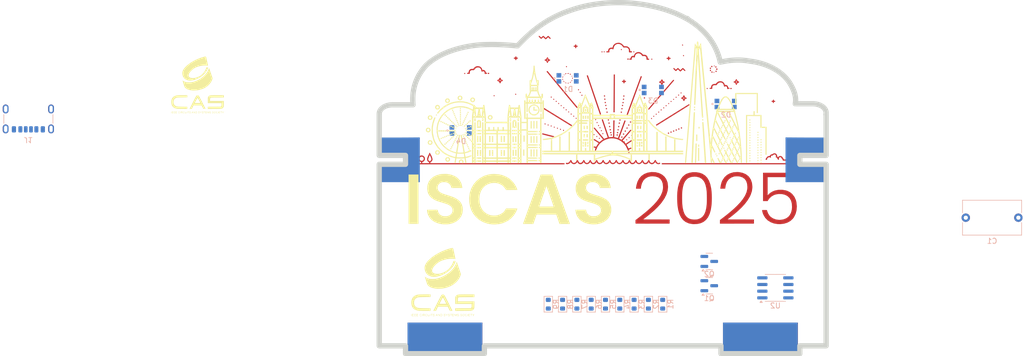
<source format=kicad_pcb>
(kicad_pcb (version 20241229) (generator "pcbnew") (generator_version "9.0")
  (layers (0 "F.Cu" signal) (2 "B.Cu" signal) (5 "F.SilkS" user "F.Silkscreen") (7 "B.SilkS" user "B.Silkscreen") (1 "F.Mask" user) (3 "B.Mask" user) (25 "Edge.Cuts" user))
  (net 0 "")
  (net 1 "Net-(Q1-B)")
  (net 2 "GND")
  (net 3 "Net-(D1-A-Pad3)")
  (net 4 "/LED_1_Driver")
  (net 5 "Net-(D1-A-Pad4)")
  (net 6 "Net-(D2-A-Pad4)")
  (net 7 "Net-(D2-A-Pad3)")
  (net 8 "Net-(D3-A-Pad3)")
  (net 9 "Net-(D3-A-Pad4)")
  (net 10 "Net-(D4-A-Pad3)")
  (net 11 "Net-(D4-A-Pad4)")
  (net 12 "+5V")
  (net 16 "/LED_2_Driver")
  (net 17 "Net-(U2-Q)")
  (footprint "Graphics" (layer "F.Cu") (at 103.195 60.865)
    (property "Reference" "")
    (property "Value" "")
  )
  (footprint "LOGO" (layer "F.Cu") (at 68.64 76.54)
    (property "Reference" "LOGO" (hide yes))
    (property "Value" "LOGO" (hide yes))
  )
  (footprint "LOGO" (layer "F.Cu") (at 115.3 114.09)
    (property "Reference" "LOGO2" (hide yes))
    (property "Value" "LOGO" (hide yes))
  )
  (footprint "Graphics" (layer "F.Cu") (at 103.195 60.865)
    (property "Reference" "")
    (property "Value" "")
  )
  (footprint "Graphics" (layer "F.Cu") (at 103.195 60.865)
    (property "Reference" "")
    (property "Value" "")
  )
  (footprint "Graphics" (layer "F.Cu") (at 103.195 60.865)
    (property "Reference" "")
    (property "Value" "")
  )
  (footprint "Graphics" (layer "F.Cu") (at 103.195 60.865)
    (property "Reference" "")
    (property "Value" "")
  )
  (footprint "Library:WL-SBRW_1205_reverse mount" (layer "B.Cu") (at 155.23 77.5)
    (property "Reference" "D3")
    (property "Value" "Red & Blue, 120°")
  )
  (footprint "PCM_Resistor_SMD_AKL:R_0603_1608Metric" (layer "B.Cu") (at 138.07 118.305 90)
    (property "Reference" "R8")
    (property "Value" "470" (hide yes))
  )
  (footprint "Connector_USB:USB_C_Receptacle_GCT_USB4125-xx-x-0190_6P_TopMnt_Horizontal" (layer "B.Cu") (at 36.46 81.92)
    (property "Reference" "J1")
    (property "Value" "USB_C_Receptacle_PowerOnly_6P")
  )
  (footprint "PCM_Resistor_SMD_AKL:R_0603_1608Metric" (layer "B.Cu") (at 148.95 118.305 90)
    (property "Reference" "R4")
    (property "Value" "470" (hide yes))
  )
  (footprint "Capacitor_THT:C_Rect_L11.0mm_W6.4mm_P10.00mm_MKT" (layer "B.Cu") (at 214.76 101.82675)
    (property "Reference" "C1")
    (property "Value" "220uF")
  )
  (footprint "Package_SO:SOIC-8_3.9x4.9mm_P1.27mm" (layer "B.Cu") (at 178.54 115.19)
    (property "Reference" "U2")
    (property "Value" "NE555D")
  )
  (footprint "PCM_Resistor_SMD_AKL:R_0603_1608Metric" (layer "B.Cu") (at 140.79 118.305 90)
    (property "Reference" "R7")
    (property "Value" "470" (hide yes))
  )
  (footprint "PCM_Resistor_SMD_AKL:R_0603_1608Metric" (layer "B.Cu") (at 157.11 118.305 90)
    (property "Reference" "R1")
    (property "Value" "470" (hide yes))
  )
  (footprint "PCM_Resistor_SMD_AKL:R_0603_1608Metric" (layer "B.Cu") (at 143.51 118.305 90)
    (property "Reference" "R6")
    (property "Value" "470" (hide yes))
  )
  (footprint "Graphics" (layer "B.Cu") (at 103.195 60.865)
    (property "Reference" "")
    (property "Value" "")
  )
  (footprint "Package_TO_SOT_SMD:SOT-23" (layer "B.Cu") (at 165.9675 110.16)
    (property "Reference" "Q2")
    (property "Value" "BC857")
  )
  (footprint "Package_TO_SOT_SMD:SOT-23" (layer "B.Cu") (at 165.9675 114.785)
    (property "Reference" "Q1")
    (property "Value" "BC846")
  )
  (footprint "Library:WL-SBRW_1205_reverse mount" (layer "B.Cu") (at 139.02 75.29)
    (property "Reference" "D1")
    (property "Value" "Red & Blue, 120°")
  )
  (footprint "PCM_Resistor_SMD_AKL:R_0603_1608Metric" (layer "B.Cu") (at 135.35 118.305 90)
    (property "Reference" "R9")
    (property "Value" "470" (hide yes))
  )
  (footprint "Library:WL-SBRW_1205_reverse mount" (layer "B.Cu") (at 169.08 80.17)
    (property "Reference" "D2")
    (property "Value" "Red & Blue, 120°")
  )
  (footprint "Library:WL-SBRW_1205_reverse mount" (layer "B.Cu") (at 118.67 85.21)
    (property "Reference" "D4")
    (property "Value" "Red & Blue, 120°")
  )
  (footprint "PCM_Resistor_SMD_AKL:R_0603_1608Metric" (layer "B.Cu") (at 154.39 118.305 90)
    (property "Reference" "R2")
    (property "Value" "470" (hide yes))
  )
  (footprint "PCM_Resistor_SMD_AKL:R_0603_1608Metric" (layer "B.Cu") (at 151.67 118.305 90)
    (property "Reference" "R3")
    (property "Value" "1k" (hide yes))
  )
  (footprint "PCM_Resistor_SMD_AKL:R_0603_1608Metric" (layer "B.Cu") (at 146.23 118.305 90)
    (property "Reference" "R5")
    (property "Value" "470" (hide yes))
  )
  (gr_poly (pts (xy 148.77 60.865) (xy 148.048 60.871) (xy 147.369 60.892) (xy 146.693 60.927) (xy 146.02 60.977) (xy 145.352 61.042) (xy 144.688 61.122) (xy 144.03 61.217) (xy 143.379 61.327) (xy 142.736 61.452) (xy 142.101 61.592) (xy 141.475 61.747) (xy 140.86 61.918) (xy 140.256 62.103) (xy 139.663 62.304) (xy 139.545 62.346) (xy 138.995 62.534) (xy 138.462 62.733) (xy 137.944 62.942) (xy 137.442 63.159) (xy 136.956 63.385) (xy 136.485 63.618) (xy 136.03 63.858) (xy 135.589 64.104) (xy 135.163 64.354) (xy 134.752 64.609) (xy 134.354 64.867) (xy 133.971 65.128) (xy 133.602 65.391) (xy 133.246 65.655) (xy 132.904 65.918) (xy 132.575 66.182) (xy 132.259 66.444) (xy 131.956 66.704) (xy 131.665 66.96) (xy 131.387 67.213) (xy 131.121 67.462) (xy 130.867 67.705) (xy 130.624 67.942) (xy 130.393 68.172) (xy 130.173 68.394) (xy 129.965 68.608) (xy 129.767 68.813) (xy 129.58 69.007) (xy 129.479 69.112) (xy 129.194 69.08) (xy 128.891 69.049) (xy 128.569 69.018) (xy 128.231 68.989) (xy 127.878 68.961) (xy 127.51 68.935) (xy 127.128 68.912) (xy 126.734 68.891) (xy 126.329 68.873) (xy 125.913 68.858) (xy 125.489 68.847) (xy 125.056 68.84) (xy 124.617 68.838) (xy 124.172 68.841) (xy 123.722 68.849) (xy 123.268 68.863) (xy 122.812 68.882) (xy 122.355 68.909) (xy 122.209 68.918) (xy 121.638 68.977) (xy 121.074 69.048) (xy 120.518 69.131) (xy 119.971 69.226) (xy 119.433 69.332) (xy 118.904 69.45) (xy 118.385 69.579) (xy 117.876 69.72) (xy 117.378 69.872) (xy 116.891 70.035) (xy 116.417 70.209) (xy 115.954 70.393) (xy 115.504 70.589) (xy 115.068 70.795) (xy 114.645 71.012) (xy 114.237 71.239) (xy 113.843 71.477) (xy 113.464 71.725) (xy 113.101 71.982) (xy 112.754 72.25) (xy 112.423 72.528) (xy 112.143 72.784) (xy 111.84 73.126) (xy 111.557 73.475) (xy 111.293 73.829) (xy 111.047 74.191) (xy 110.821 74.559) (xy 110.613 74.933) (xy 110.424 75.314) (xy 110.254 75.702) (xy 110.103 76.096) (xy 109.971 76.497) (xy 109.858 76.904) (xy 109.764 77.317) (xy 109.689 77.738) (xy 109.632 78.164) (xy 109.595 78.598) (xy 109.576 79.038) (xy 109.576 79.484) (xy 109.595 79.937) (xy 109.626 80.323) (xy 105.711 80.323) (xy 105.487 80.33) (xy 105.268 80.35) (xy 105.055 80.382) (xy 104.85 80.426) (xy 104.653 80.482) (xy 104.465 80.549) (xy 104.287 80.625) (xy 104.119 80.712) (xy 103.963 80.808) (xy 103.818 80.912) (xy 103.687 81.025) (xy 103.569 81.145) (xy 103.466 81.272) (xy 103.379 81.405) (xy 103.307 81.545) (xy 103.252 81.689) (xy 103.215 81.839) (xy 103.197 81.992) (xy 103.195 82.063) (xy 103.202 82.123) (xy 103.212 82.182) (xy 103.212 82.183) (xy 103.195 82.183) (xy 103.195 89.961) (xy 108.195 89.961) (xy 108.195 91.661) (xy 103.195 91.661) (xy 103.195 96.949) (xy 103.195 111.715) (xy 103.195 117.886) (xy 103.195 126.23) (xy 108.195 126.23) (xy 108.195 127.73) (xy 123.195 127.73) (xy 123.195 126.23) (xy 168.198 126.23) (xy 168.198 127.73) (xy 183.198 127.73) (xy 183.198 126.23) (xy 188.198 126.23) (xy 188.198 117.886) (xy 188.198 111.715) (xy 188.198 96.949) (xy 188.198 91.661) (xy 183.198 91.661) (xy 183.198 89.961) (xy 188.198 89.961) (xy 188.198 82.183) (xy 188.153 82.183) (xy 188.181 82.054) (xy 188.197 81.922) (xy 188.198 81.87) (xy 188.188 81.714) (xy 188.16 81.563) (xy 188.113 81.416) (xy 188.049 81.274) (xy 187.968 81.138) (xy 187.872 81.008) (xy 187.761 80.885) (xy 187.636 80.769) (xy 187.497 80.661) (xy 187.346 80.561) (xy 187.183 80.47) (xy 187.01 80.389) (xy 186.826 80.317) (xy 186.633 80.257) (xy 186.431 80.207) (xy 186.222 80.17) (xy 186.006 80.144) (xy 185.784 80.131) (xy 185.682 80.13) (xy 182.326 80.13) (xy 182.369 79.874) (xy 182.393 79.618) (xy 182.399 79.362) (xy 182.387 79.106) (xy 182.358 78.851) (xy 182.314 78.595) (xy 182.254 78.339) (xy 182.181 78.083) (xy 182.094 77.827) (xy 181.995 77.571) (xy 181.884 77.315) (xy 181.763 77.059) (xy 181.631 76.803) (xy 181.491 76.548) (xy 181.342 76.292) (xy 181.208 76.071) (xy 181.002 75.775) (xy 180.778 75.488) (xy 180.536 75.209) (xy 180.278 74.938) (xy 180.003 74.677) (xy 179.713 74.425) (xy 179.407 74.183) (xy 179.086 73.952) (xy 178.751 73.73) (xy 178.402 73.52) (xy 178.04 73.321) (xy 177.665 73.134) (xy 177.278 72.958) (xy 176.879 72.795) (xy 176.469 72.645) (xy 176.049 72.507) (xy 175.618 72.383) (xy 175.178 72.273) (xy 174.728 72.177) (xy 174.27 72.095) (xy 173.804 72.029) (xy 173.658 72.011) (xy 173.213 71.933) (xy 172.769 71.874) (xy 172.326 71.833) (xy 171.885 71.809) (xy 171.447 71.8) (xy 171.013 71.807) (xy 170.584 71.828) (xy 170.159 71.861) (xy 169.74 71.907) (xy 169.328 71.963) (xy 168.923 72.03) (xy 168.526 72.105) (xy 168.138 72.188) (xy 168.066 72.204) (xy 167.959 71.75) (xy 167.837 71.308) (xy 167.701 70.878) (xy 167.55 70.459) (xy 167.385 70.052) (xy 167.207 69.656) (xy 167.016 69.272) (xy 166.814 68.899) (xy 166.6 68.537) (xy 166.375 68.186) (xy 166.139 67.846) (xy 165.894 67.516) (xy 165.639 67.198) (xy 165.376 66.889) (xy 165.104 66.591) (xy 164.825 66.304) (xy 164.539 66.026) (xy 164.246 65.759) (xy 163.947 65.501) (xy 163.643 65.253) (xy 163.334 65.015) (xy 163.021 64.786) (xy 162.703 64.567) (xy 162.383 64.357) (xy 162.06 64.156) (xy 161.788 63.994) (xy 161.788 63.874) (xy 161.56 63.874) (xy 161.096 63.622) (xy 160.631 63.387) (xy 160.167 63.167) (xy 159.705 62.965) (xy 159.247 62.781) (xy 159.118 62.733) (xy 158.513 62.504) (xy 157.896 62.289) (xy 157.266 62.09) (xy 156.627 61.906) (xy 155.977 61.736) (xy 155.318 61.581) (xy 154.651 61.441) (xy 153.977 61.317) (xy 153.297 61.207) (xy 152.612 61.113) (xy 151.922 61.033) (xy 151.229 60.969) (xy 150.533 60.92) (xy 149.836 60.887) (xy 149.138 60.869) (xy 148.77 60.865)) (stroke (width 1)) (fill no) (layer "Edge.Cuts"))
)
</source>
